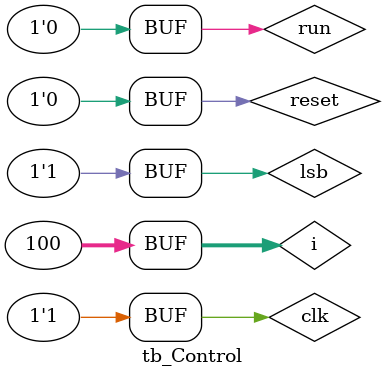
<source format=v>
`timescale 1ns/ 1ps

module tb_Control;
reg run;
reg reset;
reg clk;
reg lsb;

wire ready;
wire strctrl;
wire wrctrl;
wire [5:0]addctrl;

Control ctrl(
    run,
    reset,
    clk,
    lsb,
    ready,
    strctrl,
    wrctrl,
    addctrl
);

integer i;
initial begin
    // 初始狀態
    clk <= 1;
    run <= 0;
    reset <= 1;
    lsb <= 0;
    // 全部輸出都0

    //0
    #1
    clk <= 0;
    #1
    clk <= 1;

    //2
    reset <= 0;
    run <= 1;
    // 開始
    // 載入資料
    // wrctrl = 1


    #1
    clk <= 0;
    #1
    clk <= 1;

    //4
    run <= 0;
    // load data done
    // wrctrl = 0
    
    #1
    clk <= 0;
    #1
    clk <= 1;


    //6
    lsb <= 1;
    // 判斷lsb 做加法
    // str = 1 add = 27

    
    #1
    clk <= 0;
    #1
    clk <= 1;

    //8
    // nothing
    // shift (str = 0)
    // 1


    #1
    clk <= 0;
    #1
    clk <= 1;

    //10
    // nothing
    // add (str = 1, add = 27)


    #1
    clk <= 0;
    #1
    clk <= 1;

    //12
    // nothing
    // shift (str = 0, add = 0)
    // 2

    #1
    clk <= 0;
    #1
    clk <= 1;

    //14
    lsb <= 0;
    // no add (str = 1 , add = 0)

    #1
    clk <= 0;
    #1
    clk <= 1;

    //16
    //nothing
    // shift (str=0,add=0)
    // 3

    #1
    clk <= 0;
    #1
    clk <= 1;


    //18
    lsb <= 1;
    // add (str = 1 , add = 27)

    #1
    clk <= 0;
    #1
    clk <= 1;

    //20
    //nothing
    //shif(str = 0, add = 0)

    //done!!!!! so ready = 1
    

    #1
    clk <= 0;
    #1
    clk <= 1;

    for(i=0;i<100;i=i+1)begin
        #1
        clk <= 0;
        #1
        clk <= 1;
    end
    //測試ready
end

endmodule
</source>
